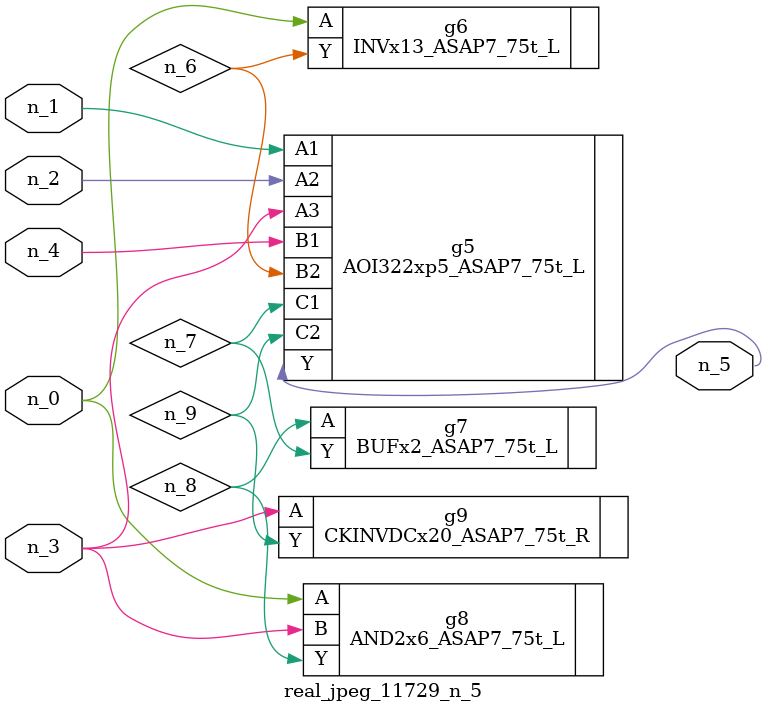
<source format=v>
module real_jpeg_11729_n_5 (n_4, n_0, n_1, n_2, n_3, n_5);

input n_4;
input n_0;
input n_1;
input n_2;
input n_3;

output n_5;

wire n_8;
wire n_6;
wire n_7;
wire n_9;

INVx13_ASAP7_75t_L g6 ( 
.A(n_0),
.Y(n_6)
);

AND2x6_ASAP7_75t_L g8 ( 
.A(n_0),
.B(n_3),
.Y(n_8)
);

AOI322xp5_ASAP7_75t_L g5 ( 
.A1(n_1),
.A2(n_2),
.A3(n_3),
.B1(n_4),
.B2(n_6),
.C1(n_7),
.C2(n_9),
.Y(n_5)
);

CKINVDCx20_ASAP7_75t_R g9 ( 
.A(n_3),
.Y(n_9)
);

BUFx2_ASAP7_75t_L g7 ( 
.A(n_8),
.Y(n_7)
);


endmodule
</source>
